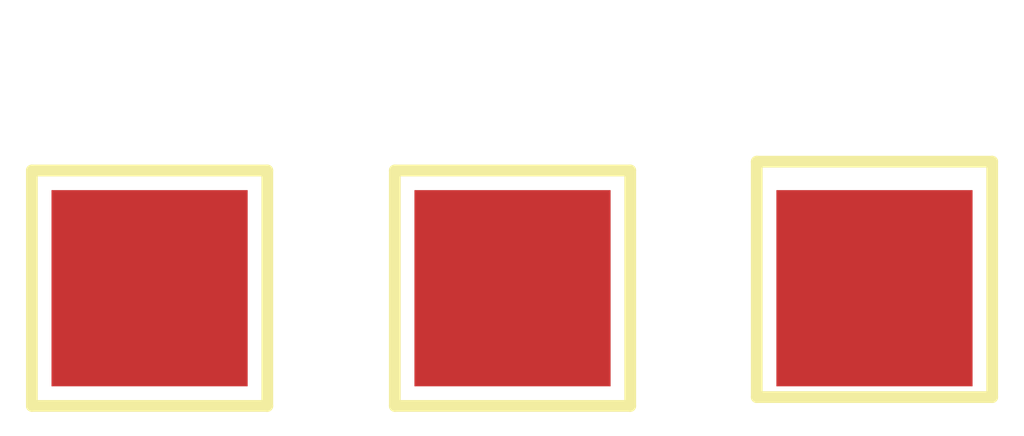
<source format=kicad_pcb>
(kicad_pcb (version 20171130) (host pcbnew "(5.1.10)-1")

  (general
    (thickness 1.6)
    (drawings 58)
    (tracks 1)
    (zones 0)
    (modules 3)
    (nets 4)
  )

  (page A4)
  (layers
    (0 F.Cu signal)
    (31 B.Cu signal)
    (32 B.Adhes user)
    (33 F.Adhes user)
    (34 B.Paste user)
    (35 F.Paste user)
    (36 B.SilkS user)
    (37 F.SilkS user)
    (38 B.Mask user)
    (39 F.Mask user)
    (40 Dwgs.User user hide)
    (41 Cmts.User user)
    (42 Eco1.User user)
    (43 Eco2.User user)
    (44 Edge.Cuts user)
    (45 Margin user)
    (46 B.CrtYd user)
    (47 F.CrtYd user)
    (48 B.Fab user)
    (49 F.Fab user hide)
  )

  (setup
    (last_trace_width 0.25)
    (user_trace_width 0.2)
    (trace_clearance 0.2)
    (zone_clearance 0.2)
    (zone_45_only no)
    (trace_min 0.2)
    (via_size 0.8)
    (via_drill 0.4)
    (via_min_size 0.4)
    (via_min_drill 0.3)
    (user_via 0.4 0.3)
    (user_via 1.5 1.25)
    (uvia_size 0.3)
    (uvia_drill 0.1)
    (uvias_allowed no)
    (uvia_min_size 0.2)
    (uvia_min_drill 0.1)
    (edge_width 0.05)
    (segment_width 0.2)
    (pcb_text_width 0.3)
    (pcb_text_size 1.5 1.5)
    (mod_edge_width 0.12)
    (mod_text_size 1 1)
    (mod_text_width 0.15)
    (pad_size 2 2)
    (pad_drill 0)
    (pad_to_mask_clearance 0.051)
    (solder_mask_min_width 0.25)
    (aux_axis_origin 0 0)
    (visible_elements 7FFFF7FF)
    (pcbplotparams
      (layerselection 0x010fc_ffffffff)
      (usegerberextensions false)
      (usegerberattributes false)
      (usegerberadvancedattributes false)
      (creategerberjobfile false)
      (excludeedgelayer true)
      (linewidth 0.100000)
      (plotframeref false)
      (viasonmask false)
      (mode 1)
      (useauxorigin false)
      (hpglpennumber 1)
      (hpglpenspeed 20)
      (hpglpendiameter 15.000000)
      (psnegative false)
      (psa4output false)
      (plotreference true)
      (plotvalue true)
      (plotinvisibletext false)
      (padsonsilk false)
      (subtractmaskfromsilk false)
      (outputformat 1)
      (mirror false)
      (drillshape 0)
      (scaleselection 1)
      (outputdirectory "K:/Users/Redherring32/Desktop/TinyTendo/Gerbers/"))
  )

  (net 0 "")
  (net 1 /GND)
  (net 2 /VOUT)
  (net 3 /RST)

  (net_class Default "This is the default net class."
    (clearance 0.2)
    (trace_width 0.25)
    (via_dia 0.8)
    (via_drill 0.4)
    (uvia_dia 0.3)
    (uvia_drill 0.1)
    (add_net /GND)
    (add_net /RST)
    (add_net /VOUT)
  )

  (module TestPoint:TestPoint_Pad_2.0x2.0mm (layer F.Cu) (tedit 621D80C7) (tstamp 611DEBCA)
    (at 67.71 47.5)
    (descr "SMD rectangular pad as test Point, square 2.0mm side length")
    (tags "test point SMD pad rectangle square")
    (path /612F863A)
    (attr virtual)
    (fp_text reference J5 (at 0 -1.998) (layer F.Fab)
      (effects (font (size 1 1) (thickness 0.15)))
    )
    (fp_text value Conn_01x01_Male (at 0 2.05) (layer F.Fab)
      (effects (font (size 1 1) (thickness 0.15)))
    )
    (fp_line (start -1.2 -1.2) (end 1.2 -1.2) (layer F.SilkS) (width 0.12))
    (fp_line (start 1.2 -1.2) (end 1.2 1.2) (layer F.SilkS) (width 0.12))
    (fp_line (start 1.2 1.2) (end -1.2 1.2) (layer F.SilkS) (width 0.12))
    (fp_line (start -1.2 1.2) (end -1.2 -1.2) (layer F.SilkS) (width 0.12))
    (fp_line (start -1.5 -1.5) (end 1.5 -1.5) (layer F.CrtYd) (width 0.05))
    (fp_line (start -1.5 -1.5) (end -1.5 1.5) (layer F.CrtYd) (width 0.05))
    (fp_line (start 1.5 1.5) (end 1.5 -1.5) (layer F.CrtYd) (width 0.05))
    (fp_line (start 1.5 1.5) (end -1.5 1.5) (layer F.CrtYd) (width 0.05))
    (fp_text user %R (at 0 -2) (layer F.Fab)
      (effects (font (size 1 1) (thickness 0.15)))
    )
    (pad 1 smd rect (at 0 0.09) (size 2 2) (layers F.Cu F.Mask)
      (net 3 /RST))
  )

  (module TestPoint:TestPoint_Pad_2.0x2.0mm (layer F.Cu) (tedit 621D80BA) (tstamp 611DEBBC)
    (at 60.32 47.59)
    (descr "SMD rectangular pad as test Point, square 2.0mm side length")
    (tags "test point SMD pad rectangle square")
    (path /612F3CAF)
    (attr virtual)
    (fp_text reference J4 (at 0 -1.998) (layer F.Fab)
      (effects (font (size 1 1) (thickness 0.15)))
    )
    (fp_text value Conn_01x01_Male (at 0 2.05) (layer F.Fab)
      (effects (font (size 1 1) (thickness 0.15)))
    )
    (fp_line (start -1.2 -1.2) (end 1.2 -1.2) (layer F.SilkS) (width 0.12))
    (fp_line (start 1.2 -1.2) (end 1.2 1.2) (layer F.SilkS) (width 0.12))
    (fp_line (start 1.2 1.2) (end -1.2 1.2) (layer F.SilkS) (width 0.12))
    (fp_line (start -1.2 1.2) (end -1.2 -1.2) (layer F.SilkS) (width 0.12))
    (fp_line (start -1.5 -1.5) (end 1.5 -1.5) (layer F.CrtYd) (width 0.05))
    (fp_line (start -1.5 -1.5) (end -1.5 1.5) (layer F.CrtYd) (width 0.05))
    (fp_line (start 1.5 1.5) (end 1.5 -1.5) (layer F.CrtYd) (width 0.05))
    (fp_line (start 1.5 1.5) (end -1.5 1.5) (layer F.CrtYd) (width 0.05))
    (fp_text user %R (at 0 -2) (layer F.Fab)
      (effects (font (size 1 1) (thickness 0.15)))
    )
    (pad 1 smd rect (at 0 0) (size 2 2) (layers F.Cu F.Mask)
      (net 2 /VOUT))
  )

  (module TestPoint:TestPoint_Pad_2.0x2.0mm (layer F.Cu) (tedit 5A0F774F) (tstamp 611DEBAE)
    (at 64.02 47.59 90)
    (descr "SMD rectangular pad as test Point, square 2.0mm side length")
    (tags "test point SMD pad rectangle square")
    (path /61306D58)
    (attr virtual)
    (fp_text reference J3 (at 0 -1.998 90) (layer F.Fab)
      (effects (font (size 1 1) (thickness 0.15)))
    )
    (fp_text value Conn_01x01_Male (at 0 2.05 90) (layer F.Fab)
      (effects (font (size 1 1) (thickness 0.15)))
    )
    (fp_line (start -1.2 -1.2) (end 1.2 -1.2) (layer F.SilkS) (width 0.12))
    (fp_line (start 1.2 -1.2) (end 1.2 1.2) (layer F.SilkS) (width 0.12))
    (fp_line (start 1.2 1.2) (end -1.2 1.2) (layer F.SilkS) (width 0.12))
    (fp_line (start -1.2 1.2) (end -1.2 -1.2) (layer F.SilkS) (width 0.12))
    (fp_line (start -1.5 -1.5) (end 1.5 -1.5) (layer F.CrtYd) (width 0.05))
    (fp_line (start -1.5 -1.5) (end -1.5 1.5) (layer F.CrtYd) (width 0.05))
    (fp_line (start 1.5 1.5) (end 1.5 -1.5) (layer F.CrtYd) (width 0.05))
    (fp_line (start 1.5 1.5) (end -1.5 1.5) (layer F.CrtYd) (width 0.05))
    (fp_text user %R (at 0 -2 90) (layer F.Fab)
      (effects (font (size 1 1) (thickness 0.15)))
    )
    (pad 1 smd rect (at 0 0 90) (size 2 2) (layers F.Cu F.Mask)
      (net 1 /GND))
  )

  (gr_line (start 33.99 21.25) (end 33.99 161.8) (layer Dwgs.User) (width 0.1))
  (gr_line (start 70.013467 163.975) (end 34.94 163.974999) (layer Dwgs.User) (width 0.1))
  (gr_arc (start 34.94 21.25) (end 34.94 20.3) (angle -90) (layer Dwgs.User) (width 0.1))
  (gr_curve (pts (xy 118.509375 149.014247) (xy 118.768241 147.798839) (xy 118.89 146.578708) (xy 118.89 145.4)) (layer Dwgs.User) (width 0.1))
  (gr_arc (start 101.54 145.4) (end 101.54 163.975) (angle -90) (layer Dwgs.User) (width 0.1))
  (gr_curve (pts (xy 117.322924 152.605678) (xy 117.854945 151.440343) (xy 118.25051 150.229655) (xy 118.509375 149.014247)) (layer Dwgs.User) (width 0.1))
  (gr_line (start 47.796795 37.65) (end 105.196794 37.65) (layer Dwgs.User) (width 0.1))
  (gr_line (start 34.94 162.75) (end 70.013467 162.75) (layer Dwgs.User) (width 0.1))
  (gr_line (start 104.839999 117.922572) (end 40.34 117.922572) (layer Dwgs.User) (width 0.1))
  (gr_line (start 72.599966 162.75) (end 101.54 162.75) (layer Dwgs.User) (width 0.1))
  (gr_line (start 104.839999 162.433276) (end 104.839999 117.922572) (layer Dwgs.User) (width 0.1))
  (gr_arc (start 101.54 145.4) (end 101.54 162.75) (angle -90) (layer Dwgs.User) (width 0.1))
  (gr_arc (start 117.94 21.250001) (end 118.89 21.25) (angle -90) (layer Dwgs.User) (width 0.1))
  (gr_line (start 101.54 163.975) (end 72.599966 163.975) (layer Dwgs.User) (width 0.1))
  (gr_arc (start 117.94 21.25) (end 118.89 21.25) (angle -90) (layer Dwgs.User) (width 0.1))
  (gr_line (start 118.89 145.399999) (end 118.89 21.25) (layer Dwgs.User) (width 0.1))
  (gr_line (start 34.94 19.075001) (end 117.94 19.075001) (layer Dwgs.User) (width 0.1))
  (gr_arc (start 34.94 161.8) (end 32.765 161.8) (angle -90) (layer Dwgs.User) (width 0.1))
  (gr_line (start 34.94 20.3) (end 117.94 20.3) (layer Dwgs.User) (width 0.1))
  (gr_line (start 32.765 161.8) (end 32.765 21.25) (layer Dwgs.User) (width 0.1))
  (gr_line (start 40.34 117.922572) (end 40.34 21.25) (layer Dwgs.User) (width 0.1))
  (gr_line (start 47.796795 40.3) (end 47.796795 37.65) (layer Dwgs.User) (width 0.1))
  (gr_curve (pts (xy 115.32719 155.93261) (xy 116.124225 154.88929) (xy 116.790903 153.771012) (xy 117.322924 152.605678)) (layer Dwgs.User) (width 0.1))
  (gr_line (start 120.115 21.25) (end 120.115 145.399999) (layer Dwgs.User) (width 0.1))
  (gr_curve (pts (xy 112.54 158.817246) (xy 113.605356 157.943824) (xy 114.530154 156.97593) (xy 115.32719 155.93261)) (layer Dwgs.User) (width 0.1))
  (gr_line (start 106.296794 21.25) (end 112.54 21.25) (layer Dwgs.User) (width 0.1))
  (gr_arc (start 101.54 145.4) (end 104.839999 162.433276) (angle -28.38172566) (layer Dwgs.User) (width 0.1))
  (gr_line (start 46.696795 40.3) (end 47.796795 40.3) (layer Dwgs.User) (width 0.1))
  (gr_line (start 46.696795 21.25) (end 46.696795 40.3) (layer Dwgs.User) (width 0.1))
  (gr_line (start 118.89 21.25) (end 118.89 40.3) (layer Dwgs.User) (width 0.1))
  (gr_arc (start 34.94 21.250001) (end 34.94 20.3) (angle -90) (layer Dwgs.User) (width 0.1))
  (gr_arc (start 117.94 21.250001) (end 120.115 21.25) (angle -90) (layer Dwgs.User) (width 0.1))
  (gr_arc (start 34.94 21.25) (end 34.94 19.075001) (angle -90) (layer Dwgs.User) (width 0.1))
  (gr_line (start 72.599966 163.975) (end 72.599966 162.75) (layer Dwgs.User) (width 0.1))
  (gr_line (start 105.196794 40.3) (end 106.296794 40.3) (layer Dwgs.User) (width 0.1))
  (gr_line (start 70.013467 162.75) (end 70.013467 163.975) (layer Dwgs.User) (width 0.1))
  (gr_line (start 33.99 40.3) (end 33.99 21.25) (layer Dwgs.User) (width 0.1))
  (gr_line (start 118.89 40.3) (end 33.99 40.3) (layer Dwgs.User) (width 0.1))
  (gr_arc (start 34.94 161.799999) (end 33.99 161.8) (angle -90) (layer Dwgs.User) (width 0.1))
  (gr_line (start 117.94 20.3) (end 34.94 20.3) (layer Dwgs.User) (width 0.1))
  (gr_line (start 117.94 19.075001) (end 34.94 19.075001) (layer Dwgs.User) (width 0.1))
  (gr_arc (start 101.54 145.399999) (end 101.54 163.975) (angle -90) (layer Dwgs.User) (width 0.1))
  (gr_arc (start 34.94 161.8) (end 32.765 161.8) (angle -90) (layer Dwgs.User) (width 0.1))
  (gr_line (start 121.539999 21.25) (end 121.54 145.4) (layer Dwgs.User) (width 0.1))
  (gr_line (start 112.54 21.25) (end 118.89 21.250001) (layer Dwgs.User) (width 0.1))
  (gr_arc (start 34.94 21.25) (end 34.94 19.075001) (angle -90) (layer Dwgs.User) (width 0.1))
  (gr_arc (start 34.94 161.8) (end 31.34 161.8) (angle -90) (layer Dwgs.User) (width 0.1))
  (gr_arc (start 101.539999 145.4) (end 101.54 165.4) (angle -90) (layer Dwgs.User) (width 0.1))
  (gr_line (start 34.94 163.974999) (end 101.54 163.975) (layer Dwgs.User) (width 0.1))
  (gr_line (start 32.765 21.25) (end 32.765 161.8) (layer Dwgs.User) (width 0.1))
  (gr_line (start 34.94 17.65) (end 117.94 17.65) (layer Dwgs.User) (width 0.1))
  (gr_arc (start 34.94 21.250001) (end 34.94 17.65) (angle -90) (layer Dwgs.User) (width 0.1))
  (gr_arc (start 117.94 21.25) (end 120.115 21.25) (angle -90) (layer Dwgs.User) (width 0.1))
  (gr_line (start 120.115 145.399999) (end 120.115 21.25) (layer Dwgs.User) (width 0.1))
  (gr_line (start 31.34 161.8) (end 31.34 21.25) (layer Dwgs.User) (width 0.1))
  (gr_line (start 118.89 145.399999) (end 118.89 21.250001) (layer Dwgs.User) (width 0.1))
  (gr_arc (start 117.94 21.25) (end 121.539999 21.25) (angle -90) (layer Dwgs.User) (width 0.1))
  (gr_line (start 101.54 165.4) (end 34.94 165.4) (layer Dwgs.User) (width 0.1))

  (segment (start 59.76 48.15) (end 60.32 47.59) (width 0.2) (layer F.Cu) (net 2))

)

</source>
